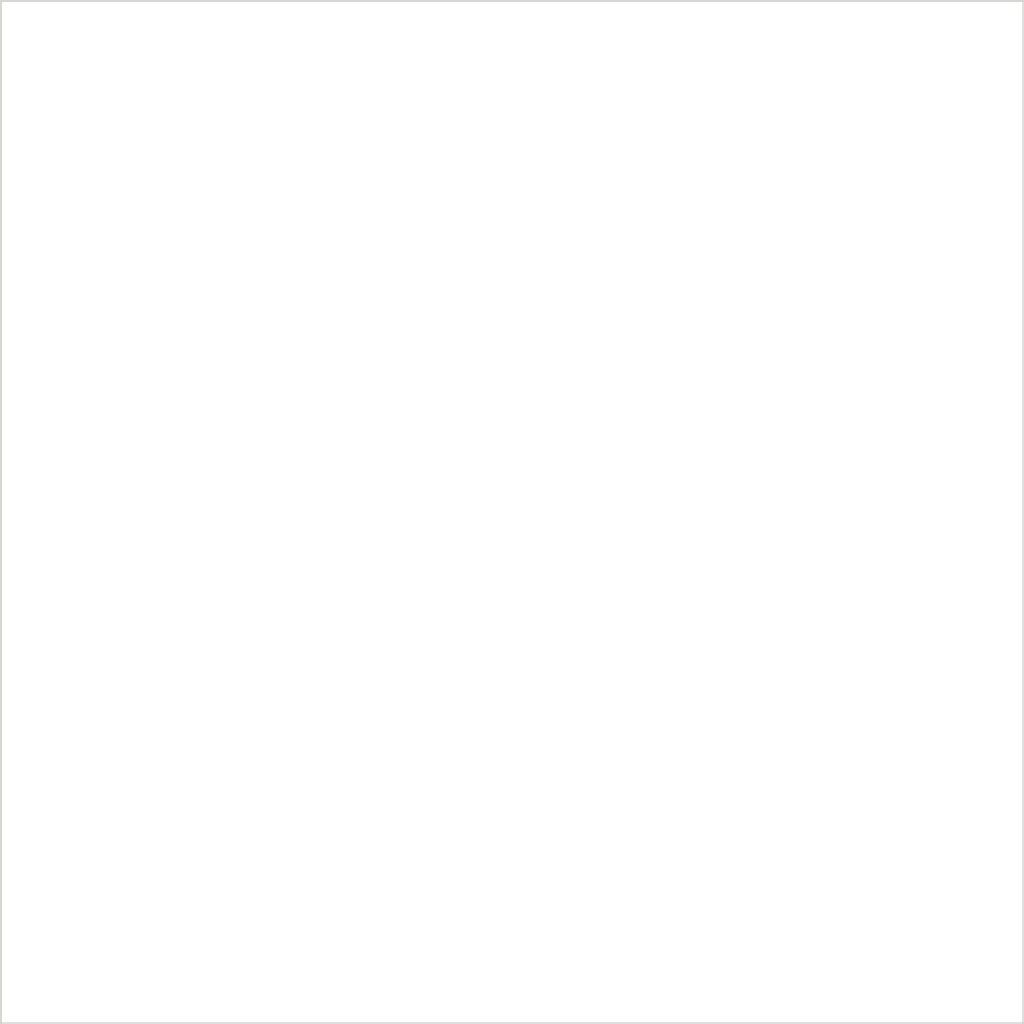
<source format=kicad_pcb>
(kicad_pcb (version 20170123) (host pcbnew "(2017-07-14 revision d3b382c28)-master")

  (general
    (thickness 1.92024)
    (drawings 4)
    (tracks 0)
    (zones 0)
    (modules 0)
    (nets 1)
  )

  (page USLetter)
  (title_block
    (title "Topmetal-S sensor tiled plane, 19 sensors")
    (date 2017-07-19)
    (rev 0)
    (company LBNL)
  )

  (layers
    (0 F.Cu signal)
    (1 In1.Cu power)
    (2 In2.Cu signal)
    (3 In3.Cu signal)
    (4 In4.Cu power)
    (5 In5.Cu signal)
    (6 In6.Cu signal)
    (7 In7.Cu power)
    (8 In8.Cu power)
    (9 In9.Cu signal)
    (10 In10.Cu signal)
    (11 In11.Cu power)
    (12 In12.Cu signal)
    (13 In13.Cu signal)
    (14 In14.Cu power)
    (31 B.Cu signal)
    (32 B.Adhes user)
    (33 F.Adhes user)
    (34 B.Paste user)
    (35 F.Paste user)
    (36 B.SilkS user)
    (37 F.SilkS user)
    (38 B.Mask user)
    (39 F.Mask user)
    (40 Dwgs.User user)
    (41 Cmts.User user)
    (42 Eco1.User user)
    (43 Eco2.User user)
    (44 Edge.Cuts user)
    (45 Margin user)
    (46 B.CrtYd user)
    (47 F.CrtYd user)
    (48 B.Fab user)
    (49 F.Fab user)
  )

  (setup
    (last_trace_width 0.1016)
    (user_trace_width 0.1016)
    (user_trace_width 0.1524)
    (user_trace_width 0.2032)
    (user_trace_width 0.254)
    (user_trace_width 0.3048)
    (user_trace_width 0.4064)
    (user_trace_width 0.508)
    (user_trace_width 0.6096)
    (trace_clearance 0.1016)
    (zone_clearance 0.508)
    (zone_45_only no)
    (trace_min 0.1016)
    (segment_width 0.2)
    (edge_width 0.15)
    (via_size 0.5588)
    (via_drill 0.2032)
    (via_min_size 0.5588)
    (via_min_drill 0.2032)
    (user_via 0.5588 0.2032)
    (user_via 0.7112 0.3556)
    (user_via 0.8636 0.508)
    (user_via 1.016 0.508)
    (user_via 1.27 0.635)
    (uvia_size 0.3048)
    (uvia_drill 0.1016)
    (uvias_allowed no)
    (uvia_min_size 0)
    (uvia_min_drill 0)
    (pcb_text_width 0.3)
    (pcb_text_size 1.5 1.5)
    (mod_edge_width 0.15)
    (mod_text_size 1 1)
    (mod_text_width 0.15)
    (pad_size 1.2 0.9)
    (pad_drill 0)
    (pad_to_mask_clearance 0.2032)
    (aux_axis_origin 0 0)
    (visible_elements FFFFFF7F)
    (pcbplotparams
      (layerselection 0x00030_80000001)
      (usegerberextensions false)
      (excludeedgelayer true)
      (linewidth 0.100000)
      (plotframeref false)
      (viasonmask false)
      (mode 1)
      (useauxorigin false)
      (hpglpennumber 1)
      (hpglpenspeed 20)
      (hpglpendiameter 15)
      (psnegative false)
      (psa4output false)
      (plotreference true)
      (plotvalue true)
      (plotinvisibletext false)
      (padsonsilk false)
      (subtractmaskfromsilk false)
      (outputformat 1)
      (mirror false)
      (drillshape 1)
      (scaleselection 1)
      (outputdirectory ""))
  )

  (net 0 "")

  (net_class Default "This is the default net class."
    (clearance 0.1016)
    (trace_width 0.1016)
    (via_dia 0.5588)
    (via_drill 0.2032)
    (uvia_dia 0.3048)
    (uvia_drill 0.1016)
    (diff_pair_gap 0.1778)
    (diff_pair_width 0.1016)
  )

  (gr_line (start 100.33 68.58) (end 179.07 68.58) (layer Edge.Cuts) (width 0.15))
  (gr_line (start 179.07 68.58) (end 179.07 147.32) (layer Edge.Cuts) (width 0.15))
  (gr_line (start 100.33 147.32) (end 179.07 147.32) (layer Edge.Cuts) (width 0.15))
  (gr_line (start 100.33 68.58) (end 100.33 147.32) (layer Edge.Cuts) (width 0.15))

)

</source>
